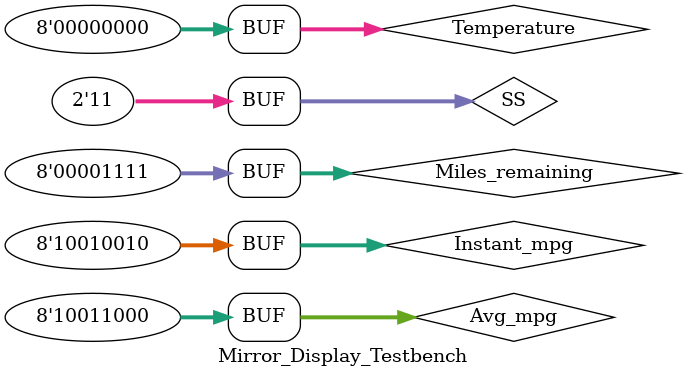
<source format=v>
`timescale 1ns / 1ps


module Mirror_Display_Testbench(

    );
    
    reg [7:0] Temperature;
    reg [7:0] Avg_mpg;
    reg [7:0] Instant_mpg;
    reg [7:0] Miles_remaining;
    reg [1:0] SS;
    wire [7:0] Display;
    
Mirror_Display_1 U0(Temperature, Avg_mpg, Instant_mpg, Miles_remaining, SS, Display);
    
    initial begin
        Temperature = 8'b0;
        Avg_mpg = 8'b10011000;
        Instant_mpg = 8'b00010010;
        Miles_remaining = 8'b1111000;
        SS = 2'b00;
        #100;
                Avg_mpg = 8'b10011000;
                Instant_mpg = 8'b10010010;
                Miles_remaining = 8'b00001111;
                SS = 2'b11;
            #1000;
        end
endmodule   

</source>
